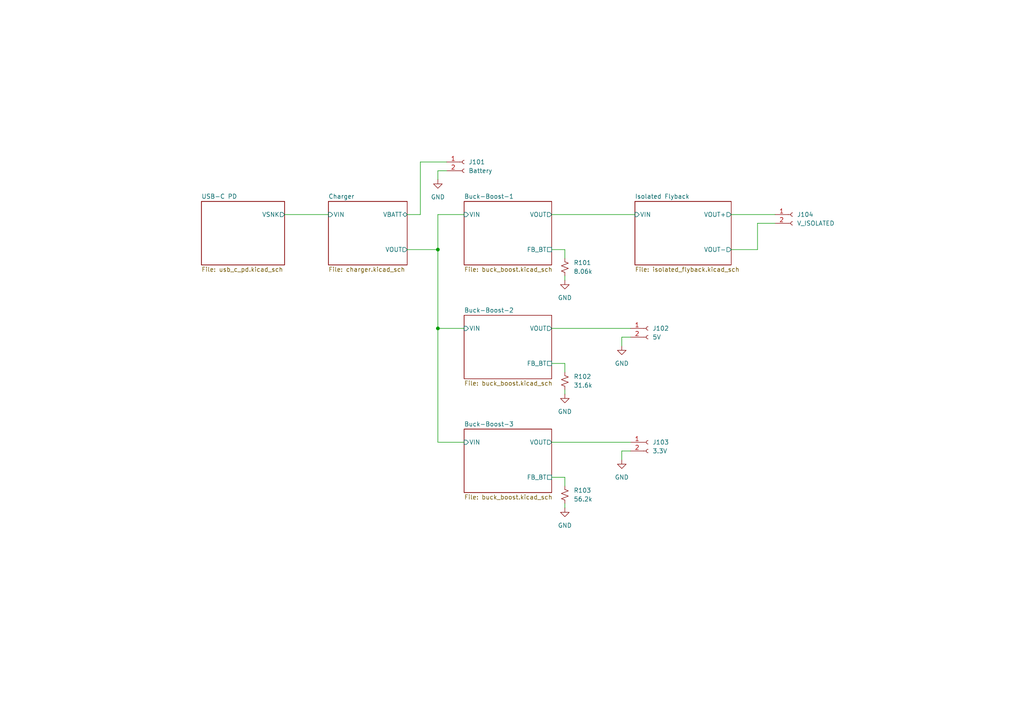
<source format=kicad_sch>
(kicad_sch (version 20231120) (generator "eeschema") (generator_version "8.0")
  (paper "A4")
  (title_block (title "Power Supply") (date "2024-10-27") (rev "0.1.0") (company "University of Wisconsin-Platteville") (comment 1 "Nicholas Loehrke"))
  (lib_symbols
    (symbol "Connector:Conn_01x02_Socket" (pin_names (offset 1.016) hide)
      (property "Reference" "J" (at 0 2.54 0))
      (property "Value" "Conn_01x02_Socket" (at 0 -5.08 0))
      (symbol "Conn_01x02_Socket_1_1"
        (arc (start 0 -2.032) (mid -0.5058 -2.54) (end 0 -3.048) (stroke (width 0.1524)))
        (polyline (pts (xy -1.27 -2.54) (xy -0.508 -2.54)) (stroke (width 0.1524)))
        (polyline (pts (xy -1.27 0) (xy -0.508 0)) (stroke (width 0.1524)))
        (arc (start 0 0.508) (mid -0.5058 0) (end 0 -0.508) (stroke (width 0.1524)))
        (pin passive line (at -5.08 0 0) (length 3.81) (name "Pin_1") (number "1"))
        (pin passive line (at -5.08 -2.54 0) (length 3.81) (name "Pin_2") (number "2"))
      )
    )
    (symbol "Device:R_Small_US" (pin_numbers hide) (pin_names (offset 0.254) hide)
      (property "Reference" "R" (at 0.762 0.508 0))
      (property "Value" "R_Small_US" (at 0.762 -1.016 0))
      (symbol "R_Small_US_1_1"
        (polyline (pts (xy 0 0) (xy 1.016 -0.381) (xy 0 -0.762) (xy -1.016 -1.143) (xy 0 -1.524)))
        (polyline (pts (xy 0 1.524) (xy 1.016 1.143) (xy 0 0.762) (xy -1.016 0.381) (xy 0 0)))
        (pin passive line (at 0 2.54 270) (length 1.016) (name "~") (number "1"))
        (pin passive line (at 0 -2.54 90) (length 1.016) (name "~") (number "2"))
      )
    )
    (symbol "power:GND" (power) (pin_numbers hide) (pin_names (offset 0) hide)
      (property "Value" "GND" (at 0 -3.81 0))
      (symbol "GND_0_1"
        (polyline (pts (xy 0 0) (xy 0 -1.27) (xy 1.27 -1.27) (xy 0 -2.54) (xy -1.27 -1.27) (xy 0 -1.27)))
      )
      (symbol "GND_1_1"
        (pin power_in line (at 0 0 270) (length 0) (name "~") (number "1"))
      )
    )
  )
  (junction (at 127 72.39))
  (junction (at 127 95.25))
  (wire (pts (xy 127 95.25) (xy 127 72.39)))
  (wire (pts (xy 163.83 113.03) (xy 163.83 114.3)))
  (wire (pts (xy 163.83 72.39) (xy 160.02 72.39)))
  (wire (pts (xy 163.83 140.97) (xy 163.83 138.43)))
  (wire (pts (xy 163.83 105.41) (xy 160.02 105.41)))
  (wire (pts (xy 129.54 46.99) (xy 121.92 46.99)))
  (wire (pts (xy 118.11 72.39) (xy 127 72.39)))
  (wire (pts (xy 182.88 130.81) (xy 180.34 130.81)))
  (wire (pts (xy 160.02 62.23) (xy 184.15 62.23)))
  (wire (pts (xy 182.88 97.79) (xy 180.34 97.79)))
  (wire (pts (xy 160.02 128.27) (xy 182.88 128.27)))
  (wire (pts (xy 163.83 80.01) (xy 163.83 81.28)))
  (wire (pts (xy 134.62 95.25) (xy 127 95.25)))
  (wire (pts (xy 160.02 95.25) (xy 182.88 95.25)))
  (wire (pts (xy 127 62.23) (xy 134.62 62.23)))
  (wire (pts (xy 121.92 46.99) (xy 121.92 62.23)))
  (wire (pts (xy 163.83 107.95) (xy 163.83 105.41)))
  (wire (pts (xy 121.92 62.23) (xy 118.11 62.23)))
  (wire (pts (xy 219.71 64.77) (xy 219.71 72.39)))
  (wire (pts (xy 127 49.53) (xy 127 52.07)))
  (wire (pts (xy 180.34 97.79) (xy 180.34 100.33)))
  (wire (pts (xy 134.62 128.27) (xy 127 128.27)))
  (wire (pts (xy 127 62.23) (xy 127 72.39)))
  (wire (pts (xy 224.79 64.77) (xy 219.71 64.77)))
  (wire (pts (xy 127 128.27) (xy 127 95.25)))
  (wire (pts (xy 82.55 62.23) (xy 95.25 62.23)))
  (wire (pts (xy 180.34 130.81) (xy 180.34 133.35)))
  (wire (pts (xy 212.09 62.23) (xy 224.79 62.23)))
  (wire (pts (xy 163.83 138.43) (xy 160.02 138.43)))
  (wire (pts (xy 163.83 146.05) (xy 163.83 147.32)))
  (wire (pts (xy 212.09 72.39) (xy 219.71 72.39)))
  (wire (pts (xy 163.83 74.93) (xy 163.83 72.39)))
  (wire (pts (xy 127 49.53) (xy 129.54 49.53)))
  (symbol (lib_id "Device:R_Small_US") (at 163.83 110.49 180) (unit 1)
    (property "Reference" "R102" (at 166.37 109.2199 0) (effects (justify right)))
    (property "Value" "31.6k" (at 166.37 111.7599 0) (effects (justify right)))
    (property "Description" "Resistor, small US symbol" (effects (hide yes)))
  )
  (symbol (lib_id "Connector:Conn_01x02_Socket") (at 187.96 95.25 0) (unit 1)
    (property "Reference" "J102" (at 189.23 95.2499 0) (effects (justify left)))
    (property "Value" "5V" (at 189.23 97.7899 0) (effects (justify left)))
    (property "Description" "Generic connector, single row, 01x02, script generated" (effects (hide yes)))
  )
  (symbol (lib_id "power:GND") (at 127 52.07 0) (unit 1)
    (property "Reference" "#PWR0101" (effects (hide yes)))
    (property "Value" "GND" (at 127 57.15 0))
    (property "Description" "Power symbol creates a global label with name \"GND\" , ground" (effects (hide yes)))
  )
  (symbol (lib_id "Connector:Conn_01x02_Socket") (at 187.96 128.27 0) (unit 1)
    (property "Reference" "J103" (at 189.23 128.2699 0) (effects (justify left)))
    (property "Value" "3.3V" (at 189.23 130.8099 0) (effects (justify left)))
    (property "Description" "Generic connector, single row, 01x02, script generated" (effects (hide yes)))
  )
  (symbol (lib_id "power:GND") (at 180.34 100.33 0) (unit 1)
    (property "Reference" "#PWR0105" (effects (hide yes)))
    (property "Value" "GND" (at 180.34 105.41 0))
    (property "Description" "Power symbol creates a global label with name \"GND\" , ground" (effects (hide yes)))
  )
  (symbol (lib_id "power:GND") (at 163.83 114.3 0) (unit 1)
    (property "Reference" "#PWR0103" (effects (hide yes)))
    (property "Value" "GND" (at 163.83 119.38 0))
    (property "Description" "Power symbol creates a global label with name \"GND\" , ground" (effects (hide yes)))
  )
  (symbol (lib_id "Connector:Conn_01x02_Socket") (at 134.62 46.99 0) (unit 1)
    (property "Reference" "J101" (at 135.89 46.9899 0) (effects (justify left)))
    (property "Value" "Battery" (at 135.89 49.5299 0) (effects (justify left)))
    (property "Description" "Generic connector, single row, 01x02, script generated" (effects (hide yes)))
  )
  (symbol (lib_id "power:GND") (at 163.83 81.28 0) (unit 1)
    (property "Reference" "#PWR0102" (effects (hide yes)))
    (property "Value" "GND" (at 163.83 86.36 0))
    (property "Description" "Power symbol creates a global label with name \"GND\" , ground" (effects (hide yes)))
  )
  (symbol (lib_id "power:GND") (at 180.34 133.35 0) (unit 1)
    (property "Reference" "#PWR0106" (effects (hide yes)))
    (property "Value" "GND" (at 180.34 138.43 0))
    (property "Description" "Power symbol creates a global label with name \"GND\" , ground" (effects (hide yes)))
  )
  (symbol (lib_id "Device:R_Small_US") (at 163.83 143.51 180) (unit 1)
    (property "Reference" "R103" (at 166.37 142.2399 0) (effects (justify right)))
    (property "Value" "56.2k" (at 166.37 144.7799 0) (effects (justify right)))
    (property "Description" "Resistor, small US symbol" (effects (hide yes)))
  )
  (symbol (lib_id "Connector:Conn_01x02_Socket") (at 229.87 62.23 0) (unit 1)
    (property "Reference" "J104" (at 231.14 62.2299 0) (effects (justify left)))
    (property "Value" "V_ISOLATED" (at 231.14 64.7699 0) (effects (justify left)))
    (property "Description" "Generic connector, single row, 01x02, script generated" (effects (hide yes)))
  )
  (symbol (lib_id "power:GND") (at 163.83 147.32 0) (unit 1)
    (property "Reference" "#PWR0104" (effects (hide yes)))
    (property "Value" "GND" (at 163.83 152.4 0))
    (property "Description" "Power symbol creates a global label with name \"GND\" , ground" (effects (hide yes)))
  )
  (symbol (lib_id "Device:R_Small_US") (at 163.83 77.47 180) (unit 1)
    (property "Reference" "R101" (at 166.37 76.1999 0) (effects (justify right)))
    (property "Value" "8.06k" (at 166.37 78.7399 0) (effects (justify right)))
    (property "Description" "Resistor, small US symbol" (effects (hide yes)))
  )
  (sheet (at 95.25 58.42) (size 22.86 18.415) (stroke (width 0.1524))
    (property "Sheetname" "Charger" (at 95.25 57.7084 0) (effects (justify left bottom)))
    (property "Sheetfile" "charger.kicad_sch" (at 95.25 77.4196 0) (effects (justify left top)))
    (pin "VIN" input (at 95.25 62.23 180))
    (pin "VOUT" output (at 118.11 72.39 0))
    (pin "VBATT" bidirectional (at 118.11 62.23 0))
  )
  (sheet (at 184.15 58.42) (size 27.94 18.415) (stroke (width 0.1524))
    (property "Sheetname" "Isolated Flyback" (at 184.15 57.7084 0) (effects (justify left bottom)))
    (property "Sheetfile" "isolated_flyback.kicad_sch" (at 184.15 77.4196 0) (effects (justify left top)))
    (pin "VOUT+" output (at 212.09 62.23 0))
    (pin "VOUT-" output (at 212.09 72.39 0))
    (pin "VIN" input (at 184.15 62.23 180))
  )
  (sheet (at 58.42 58.42) (size 24.13 18.415) (stroke (width 0.1524))
    (property "Sheetname" "USB-C PD" (at 58.42 57.7084 0) (effects (justify left bottom)))
    (property "Sheetfile" "usb_c_pd.kicad_sch" (at 58.42 77.4196 0) (effects (justify left top)))
    (pin "VSNK" output (at 82.55 62.23 0))
  )
  (sheet (at 134.62 124.46) (size 25.4 18.415) (stroke (width 0.1524))
    (property "Sheetname" "Buck-Boost-3" (at 134.62 123.7484 0) (effects (justify left bottom)))
    (property "Sheetfile" "buck_boost.kicad_sch" (at 134.62 143.4596 0) (effects (justify left top)))
    (pin "VOUT" output (at 160.02 128.27 0))
    (pin "FB_BT" passive (at 160.02 138.43 0))
    (pin "VIN" input (at 134.62 128.27 180))
  )
  (sheet (at 134.62 58.42) (size 25.4 18.415) (stroke (width 0.1524))
    (property "Sheetname" "Buck-Boost-1" (at 134.62 57.7084 0) (effects (justify left bottom)))
    (property "Sheetfile" "buck_boost.kicad_sch" (at 134.62 77.4196 0) (effects (justify left top)))
    (pin "VOUT" output (at 160.02 62.23 0))
    (pin "FB_BT" passive (at 160.02 72.39 0))
    (pin "VIN" input (at 134.62 62.23 180))
  )
  (sheet (at 134.62 91.44) (size 25.4 18.415) (stroke (width 0.1524))
    (property "Sheetname" "Buck-Boost-2" (at 134.62 90.7284 0) (effects (justify left bottom)))
    (property "Sheetfile" "buck_boost.kicad_sch" (at 134.62 110.4396 0) (effects (justify left top)))
    (pin "VOUT" output (at 160.02 95.25 0))
    (pin "FB_BT" passive (at 160.02 105.41 0))
    (pin "VIN" input (at 134.62 95.25 180))
  )
)
</source>
